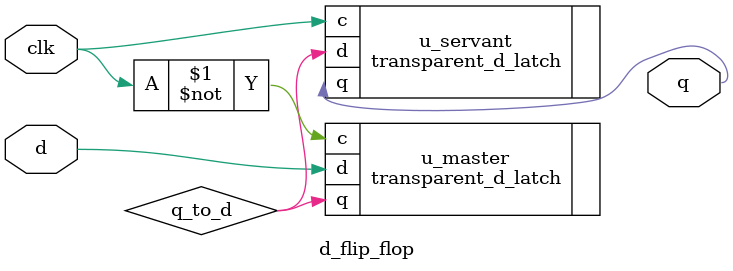
<source format=sv>
`timescale 1ns / 1ps
module d_flip_flop (output logic q, input logic d, input logic clk);
	logic q_to_d;
	//add code here
	transparent_d_latch u_master (.d,.c(~clk),.q(q_to_d));
	transparent_d_latch u_servant (.d(q_to_d),.c(clk),.q);
endmodule

</source>
